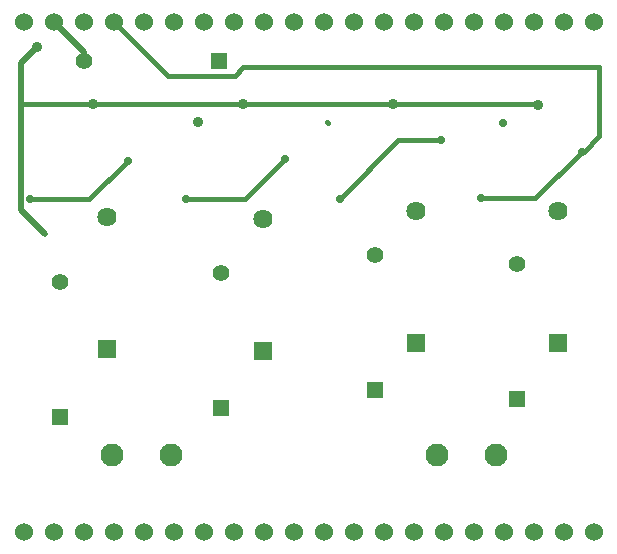
<source format=gbr>
%TF.GenerationSoftware,KiCad,Pcbnew,8.0.8*%
%TF.CreationDate,2025-03-10T22:00:58-04:00*%
%TF.ProjectId,PWM Module 2.0,50574d20-4d6f-4647-956c-6520322e302e,rev?*%
%TF.SameCoordinates,Original*%
%TF.FileFunction,Copper,L2,Bot*%
%TF.FilePolarity,Positive*%
%FSLAX46Y46*%
G04 Gerber Fmt 4.6, Leading zero omitted, Abs format (unit mm)*
G04 Created by KiCad (PCBNEW 8.0.8) date 2025-03-10 22:00:58*
%MOMM*%
%LPD*%
G01*
G04 APERTURE LIST*
%TA.AperFunction,ComponentPad*%
%ADD10C,1.950000*%
%TD*%
%TA.AperFunction,ComponentPad*%
%ADD11R,1.625600X1.625600*%
%TD*%
%TA.AperFunction,ComponentPad*%
%ADD12C,1.625600*%
%TD*%
%TA.AperFunction,ComponentPad*%
%ADD13C,1.524000*%
%TD*%
%TA.AperFunction,ComponentPad*%
%ADD14R,1.397000X1.397000*%
%TD*%
%TA.AperFunction,ComponentPad*%
%ADD15C,1.397000*%
%TD*%
%TA.AperFunction,ViaPad*%
%ADD16C,0.900000*%
%TD*%
%TA.AperFunction,ViaPad*%
%ADD17C,0.700000*%
%TD*%
%TA.AperFunction,Conductor*%
%ADD18C,0.400000*%
%TD*%
%TA.AperFunction,Conductor*%
%ADD19C,0.500000*%
%TD*%
G04 APERTURE END LIST*
D10*
%TO.P,J3,1,Pin_1*%
%TO.N,Net-(J3-Pin_1)*%
X187400000Y-62100000D03*
%TO.P,J3,2,Pin_2*%
%TO.N,Net-(J3-Pin_2)*%
X192400000Y-62100000D03*
%TD*%
D11*
%TO.P,D4,1,K*%
%TO.N,Net-(D4-K)*%
X159441500Y-53076000D03*
D12*
%TO.P,D4,2,A*%
%TO.N,Net-(D4-A)*%
X159441500Y-41900000D03*
%TD*%
D11*
%TO.P,D1,1,K*%
%TO.N,Net-(D1-K)*%
X185640000Y-52576000D03*
D12*
%TO.P,D1,2,A*%
%TO.N,Net-(D1-A)*%
X185640000Y-41400000D03*
%TD*%
D13*
%TO.P,J5,1,1*%
%TO.N,5V+*%
X152400000Y-25400000D03*
%TO.P,J5,2,2*%
%TO.N,VPWM*%
X154940000Y-25400000D03*
%TO.P,J5,3,3*%
%TO.N,GND*%
X157480000Y-25400000D03*
%TO.P,J5,4,4*%
%TO.N,12V+*%
X160020000Y-25400000D03*
%TO.P,J5,5,5*%
%TO.N,unconnected-(J5-Pad5)*%
X162560000Y-25400000D03*
%TO.P,J5,6,6*%
%TO.N,N/C*%
X165100000Y-25400000D03*
%TO.P,J5,7,7*%
%TO.N,unconnected-(J5-Pad7)*%
X167640000Y-25400000D03*
%TO.P,J5,8,8*%
%TO.N,unconnected-(J5-Pad8)*%
X170180000Y-25400000D03*
%TO.P,J5,9,9*%
%TO.N,N/C*%
X172720000Y-25400000D03*
%TO.P,J5,10,10*%
X175260000Y-25400000D03*
%TO.P,J5,11,11*%
X177800000Y-25400000D03*
%TO.P,J5,12,12*%
%TO.N,unconnected-(J5-Pad12)*%
X180340000Y-25400000D03*
%TO.P,J5,13,13*%
%TO.N,unconnected-(J5-Pad13)*%
X182880000Y-25400000D03*
%TO.P,J5,14,14*%
%TO.N,unconnected-(J5-Pad14)*%
X185420000Y-25400000D03*
%TO.P,J5,15,15*%
%TO.N,unconnected-(J5-Pad15)*%
X187960000Y-25400000D03*
%TO.P,J5,16,16*%
%TO.N,unconnected-(J5-Pad16)*%
X190500000Y-25400000D03*
%TO.P,J5,17,17*%
%TO.N,unconnected-(J5-Pad17)*%
X193040000Y-25400000D03*
%TO.P,J5,18,18*%
%TO.N,unconnected-(J5-Pad18)*%
X195580000Y-25400000D03*
%TO.P,J5,19,19*%
%TO.N,unconnected-(J5-Pad19)*%
X198120000Y-25400000D03*
%TO.P,J5,20,20*%
%TO.N,unconnected-(J5-Pad20)*%
X200660000Y-25400000D03*
%TD*%
D14*
%TO.P,R5,1*%
%TO.N,5V+*%
X168965000Y-28750000D03*
D15*
%TO.P,R5,2*%
%TO.N,VPWM*%
X157535000Y-28750000D03*
%TD*%
D10*
%TO.P,J2,1,Pin_1*%
%TO.N,Net-(J2-Pin_1)*%
X159900000Y-62100000D03*
%TO.P,J2,2,Pin_2*%
%TO.N,Net-(J2-Pin_2)*%
X164900000Y-62100000D03*
%TD*%
D11*
%TO.P,D3,1,K*%
%TO.N,Net-(D3-K)*%
X197640000Y-52576000D03*
D12*
%TO.P,D3,2,A*%
%TO.N,Net-(D3-A)*%
X197640000Y-41400000D03*
%TD*%
D14*
%TO.P,R3,1*%
%TO.N,Net-(D3-K)*%
X194140000Y-57330000D03*
D15*
%TO.P,R3,2*%
%TO.N,Net-(D3-A)*%
X194140000Y-45900000D03*
%TD*%
D14*
%TO.P,R1,1*%
%TO.N,Net-(D1-K)*%
X182140000Y-56615000D03*
D15*
%TO.P,R1,2*%
%TO.N,Net-(D1-A)*%
X182140000Y-45185000D03*
%TD*%
D14*
%TO.P,R4,1*%
%TO.N,Net-(D4-K)*%
X155441500Y-58830000D03*
D15*
%TO.P,R4,2*%
%TO.N,Net-(D4-A)*%
X155441500Y-47400000D03*
%TD*%
D14*
%TO.P,R2,1*%
%TO.N,Net-(D2-K)*%
X169140000Y-58115000D03*
D15*
%TO.P,R2,2*%
%TO.N,Net-(D2-A)*%
X169140000Y-46685000D03*
%TD*%
D11*
%TO.P,D2,1,K*%
%TO.N,Net-(D2-K)*%
X172640000Y-53289500D03*
D12*
%TO.P,D2,2,A*%
%TO.N,Net-(D2-A)*%
X172640000Y-42113500D03*
%TD*%
D13*
%TO.P,J5,1,1*%
%TO.N,N/C*%
X152400000Y-68580000D03*
%TO.P,J5,2,2*%
X154940000Y-68580000D03*
%TO.P,J5,3,3*%
X157480000Y-68580000D03*
%TO.P,J5,4,4*%
X160020000Y-68580000D03*
%TO.P,J5,5,5*%
X162560000Y-68580000D03*
%TO.P,J5,6,6*%
X165100000Y-68580000D03*
%TO.P,J5,7,7*%
X167640000Y-68580000D03*
%TO.P,J5,8,8*%
X170180000Y-68580000D03*
%TO.P,J5,9,9*%
X172720000Y-68580000D03*
%TO.P,J5,10,10*%
X175260000Y-68580000D03*
%TO.P,J5,11,11*%
X177800000Y-68580000D03*
%TO.P,J5,12,12*%
X180340000Y-68580000D03*
%TO.P,J5,13,13*%
X182880000Y-68580000D03*
%TO.P,J5,14,14*%
X185420000Y-68580000D03*
%TO.P,J5,15,15*%
X187960000Y-68580000D03*
%TO.P,J5,16,16*%
X190500000Y-68580000D03*
%TO.P,J5,17,17*%
X193040000Y-68580000D03*
%TO.P,J5,18,18*%
X195580000Y-68580000D03*
%TO.P,J5,19,19*%
X198120000Y-68580000D03*
%TO.P,J5,20,20*%
X200660000Y-68580000D03*
%TD*%
D16*
%TO.N,GND*%
X167140000Y-33900000D03*
X195918959Y-32418959D03*
X171000000Y-32400000D03*
X183640000Y-32400000D03*
X158250000Y-32400000D03*
X153500000Y-27500000D03*
D17*
%TO.N,Net-(U1-VDD)*%
X193000000Y-34000000D03*
%TO.N,12V+*%
X191084398Y-40344398D03*
X166140000Y-40400000D03*
X187688850Y-35448850D03*
X152941500Y-40400000D03*
X174500000Y-37000000D03*
X161191500Y-37150000D03*
X179140000Y-40400000D03*
X199640000Y-36400000D03*
%TD*%
D18*
%TO.N,GND*%
X183640000Y-32400000D02*
X152291500Y-32400000D01*
D19*
X152141500Y-41341500D02*
X152141500Y-32250000D01*
D18*
X195900000Y-32400000D02*
X183640000Y-32400000D01*
X152291500Y-32400000D02*
X152141500Y-32250000D01*
D19*
X152141500Y-41341500D02*
X154176300Y-43376300D01*
X152141500Y-28858500D02*
X153500000Y-27500000D01*
D18*
X195918959Y-32418959D02*
X195900000Y-32400000D01*
D19*
X152141500Y-32250000D02*
X152141500Y-28858500D01*
D18*
%TO.N,Net-(J5-Pad1)*%
X178198500Y-33998500D02*
X178100000Y-33900000D01*
D19*
%TO.N,VPWM*%
X154940000Y-25400000D02*
X157535000Y-27995000D01*
X157535000Y-27995000D02*
X157535000Y-28750000D01*
D18*
%TO.N,12V+*%
X187688850Y-35448850D02*
X184091150Y-35448850D01*
X171000000Y-29250000D02*
X170250000Y-30000000D01*
X199640000Y-36400000D02*
X195695602Y-40344398D01*
X171100000Y-40400000D02*
X174500000Y-37000000D01*
X184091150Y-35448850D02*
X179140000Y-40400000D01*
X164620000Y-30000000D02*
X160020000Y-25400000D01*
X201140000Y-35110000D02*
X201140000Y-29250000D01*
X195695602Y-40344398D02*
X191084398Y-40344398D01*
X170250000Y-30000000D02*
X164620000Y-30000000D01*
X199850000Y-36400000D02*
X201140000Y-35110000D01*
X161191500Y-37150000D02*
X157941500Y-40400000D01*
X166140000Y-40400000D02*
X171100000Y-40400000D01*
X199640000Y-36400000D02*
X199850000Y-36400000D01*
X201140000Y-29250000D02*
X171000000Y-29250000D01*
X157941500Y-40400000D02*
X152941500Y-40400000D01*
%TD*%
M02*

</source>
